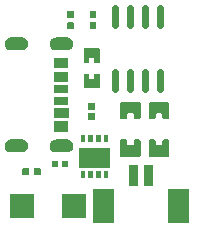
<source format=gtp>
G04 Layer: TopPasteMaskLayer*
G04 EasyEDA v6.5.5, 2022-07-09 13:00:11*
G04 71ddd04add3b4de38a8b36f784c4d6f3,20d39a695127413eb41274384cfbb926,10*
G04 Gerber Generator version 0.2*
G04 Scale: 100 percent, Rotated: No, Reflected: No *
G04 Dimensions in millimeters *
G04 leading zeros omitted , absolute positions ,4 integer and 5 decimal *
%FSLAX45Y45*%
%MOMM*%

%ADD11C,0.5684*%

%LPD*%
G36*
X1423924Y8612987D02*
G01*
X1418894Y8608009D01*
X1418894Y8492998D01*
X1423924Y8488019D01*
X1465884Y8488476D01*
X1465884Y8532520D01*
X1510893Y8532520D01*
X1510893Y8487511D01*
X1551889Y8488019D01*
X1556918Y8492998D01*
X1556918Y8608009D01*
X1551889Y8612987D01*
G37*
G36*
X1423924Y8398002D02*
G01*
X1418894Y8393023D01*
X1418894Y8278012D01*
X1423924Y8272983D01*
X1551889Y8272983D01*
X1556918Y8278012D01*
X1556918Y8393023D01*
X1551889Y8398002D01*
X1510893Y8397494D01*
X1510893Y8353501D01*
X1465884Y8353501D01*
X1465884Y8398002D01*
G37*
G36*
X1285595Y8929878D02*
G01*
X1280617Y8924899D01*
X1280617Y8876893D01*
X1285595Y8869883D01*
X1330604Y8869883D01*
X1335582Y8876893D01*
X1335582Y8924899D01*
X1330604Y8929878D01*
G37*
G36*
X1285595Y8833916D02*
G01*
X1280617Y8826906D01*
X1280617Y8778900D01*
X1285595Y8773922D01*
X1330604Y8773922D01*
X1335582Y8778900D01*
X1335582Y8826906D01*
X1330604Y8833916D01*
G37*
G36*
X1393799Y7878216D02*
G01*
X1393799Y7818221D01*
X1433677Y7818221D01*
X1433779Y7878216D01*
G37*
G36*
X1458772Y7878165D02*
G01*
X1458772Y7818170D01*
X1498701Y7818170D01*
X1498803Y7878165D01*
G37*
G36*
X1523796Y7878165D02*
G01*
X1523796Y7818170D01*
X1563674Y7818170D01*
X1563776Y7878165D01*
G37*
G36*
X1588820Y7878165D02*
G01*
X1588820Y7818170D01*
X1628698Y7818170D01*
X1628800Y7878165D01*
G37*
G36*
X1588820Y7574178D02*
G01*
X1588820Y7514183D01*
X1628698Y7514183D01*
X1628800Y7574178D01*
G37*
G36*
X1523796Y7574178D02*
G01*
X1523796Y7514183D01*
X1563674Y7514183D01*
X1563776Y7574178D01*
G37*
G36*
X1458772Y7574178D02*
G01*
X1458772Y7514183D01*
X1498701Y7514183D01*
X1498803Y7574178D01*
G37*
G36*
X1393799Y7574178D02*
G01*
X1393799Y7514183D01*
X1433677Y7514183D01*
X1433779Y7574178D01*
G37*
G36*
X1381302Y7763713D02*
G01*
X1381302Y7596225D01*
X1641297Y7596225D01*
X1641297Y7763713D01*
G37*
G36*
X806297Y8703919D02*
G01*
X799490Y8703462D01*
X792835Y8702243D01*
X786384Y8700211D01*
X780237Y8697366D01*
X774496Y8693810D01*
X769213Y8689543D01*
X764489Y8684666D01*
X760425Y8679281D01*
X757021Y8673439D01*
X754380Y8667191D01*
X752551Y8660688D01*
X751484Y8653983D01*
X751281Y8647226D01*
X751484Y8643823D01*
X752551Y8637117D01*
X754380Y8630615D01*
X757021Y8624366D01*
X760425Y8618524D01*
X764489Y8613140D01*
X769213Y8608263D01*
X774496Y8603996D01*
X780237Y8600440D01*
X786384Y8597595D01*
X792835Y8595563D01*
X799490Y8594344D01*
X806297Y8593886D01*
X899668Y8593988D01*
X906373Y8594852D01*
X912926Y8596477D01*
X919276Y8598916D01*
X925220Y8602116D01*
X930757Y8606028D01*
X935736Y8610600D01*
X940155Y8615781D01*
X943914Y8621420D01*
X946912Y8627465D01*
X949198Y8633866D01*
X950620Y8640470D01*
X951230Y8647226D01*
X951026Y8653983D01*
X950010Y8660688D01*
X948131Y8667191D01*
X945489Y8673439D01*
X942136Y8679281D01*
X938021Y8684666D01*
X933348Y8689543D01*
X928065Y8693810D01*
X922274Y8697366D01*
X916127Y8700211D01*
X909675Y8702243D01*
X903020Y8703462D01*
X899668Y8703818D01*
G37*
G36*
X806297Y7839913D02*
G01*
X799490Y7839456D01*
X792835Y7838236D01*
X786384Y7836204D01*
X780237Y7833359D01*
X774496Y7829803D01*
X769213Y7825536D01*
X764489Y7820659D01*
X760425Y7815275D01*
X757021Y7809433D01*
X754380Y7803184D01*
X752551Y7796682D01*
X751484Y7789976D01*
X751281Y7783220D01*
X751484Y7779816D01*
X752551Y7773111D01*
X754380Y7766608D01*
X757021Y7760360D01*
X760425Y7754518D01*
X764489Y7749133D01*
X769213Y7744256D01*
X774496Y7739989D01*
X780237Y7736433D01*
X786384Y7733588D01*
X792835Y7731556D01*
X799490Y7730337D01*
X806297Y7729880D01*
X899668Y7729981D01*
X906373Y7730845D01*
X912926Y7732471D01*
X919276Y7734909D01*
X925220Y7738109D01*
X930757Y7742021D01*
X935736Y7746593D01*
X940155Y7751775D01*
X943914Y7757414D01*
X946912Y7763459D01*
X949198Y7769859D01*
X950620Y7776464D01*
X951230Y7783220D01*
X951026Y7789976D01*
X950010Y7796682D01*
X948131Y7803184D01*
X945489Y7809433D01*
X942136Y7815275D01*
X938021Y7820659D01*
X933348Y7825536D01*
X928065Y7829803D01*
X922274Y7833359D01*
X916127Y7836204D01*
X909675Y7838236D01*
X903020Y7839456D01*
X899668Y7839811D01*
G37*
G36*
X1186281Y7839913D02*
G01*
X1182878Y7839811D01*
X1176172Y7838948D01*
X1169619Y7837322D01*
X1163269Y7834884D01*
X1157325Y7831683D01*
X1151788Y7827772D01*
X1146810Y7823200D01*
X1142390Y7818018D01*
X1138631Y7812379D01*
X1135634Y7806334D01*
X1133398Y7799933D01*
X1132535Y7796682D01*
X1131519Y7789976D01*
X1131316Y7783220D01*
X1131925Y7776464D01*
X1132535Y7773111D01*
X1134414Y7766608D01*
X1137056Y7760360D01*
X1140409Y7754518D01*
X1144524Y7749133D01*
X1149197Y7744256D01*
X1154480Y7739989D01*
X1160272Y7736433D01*
X1166418Y7733588D01*
X1172870Y7731556D01*
X1179525Y7730337D01*
X1182878Y7729981D01*
X1276299Y7729880D01*
X1283055Y7730337D01*
X1289710Y7731556D01*
X1296162Y7733588D01*
X1302308Y7736433D01*
X1308049Y7739989D01*
X1313332Y7744256D01*
X1318056Y7749133D01*
X1322120Y7754518D01*
X1325524Y7760360D01*
X1328166Y7766608D01*
X1329994Y7773111D01*
X1331061Y7779816D01*
X1331264Y7786573D01*
X1331061Y7789976D01*
X1329994Y7796682D01*
X1328166Y7803184D01*
X1325524Y7809433D01*
X1322120Y7815275D01*
X1318056Y7820659D01*
X1313332Y7825536D01*
X1308049Y7829803D01*
X1302308Y7833359D01*
X1296162Y7836204D01*
X1289710Y7838236D01*
X1283055Y7839456D01*
X1276299Y7839913D01*
G37*
G36*
X1171346Y7991906D02*
G01*
X1171346Y7901889D01*
X1291336Y7901889D01*
X1291336Y7991906D01*
G37*
G36*
X1171549Y8104886D02*
G01*
X1171549Y8024875D01*
X1291539Y8024875D01*
X1291539Y8104886D01*
G37*
G36*
X1171143Y8201914D02*
G01*
X1171143Y8131911D01*
X1291132Y8131911D01*
X1291132Y8201914D01*
G37*
G36*
X1171143Y8301888D02*
G01*
X1171143Y8231886D01*
X1291132Y8231886D01*
X1291132Y8301888D01*
G37*
G36*
X1171295Y8408924D02*
G01*
X1171295Y8328914D01*
X1291285Y8328914D01*
X1291285Y8408924D01*
G37*
G36*
X1171346Y8531910D02*
G01*
X1171346Y8441893D01*
X1291336Y8441893D01*
X1291336Y8531910D01*
G37*
G36*
X1186281Y8703919D02*
G01*
X1182878Y8703818D01*
X1176172Y8702954D01*
X1169619Y8701328D01*
X1163269Y8698890D01*
X1157325Y8695690D01*
X1151788Y8691778D01*
X1146810Y8687206D01*
X1142390Y8682024D01*
X1138631Y8676386D01*
X1135634Y8670340D01*
X1133398Y8663940D01*
X1132535Y8660688D01*
X1131519Y8653983D01*
X1131316Y8647226D01*
X1131925Y8640470D01*
X1132535Y8637117D01*
X1134414Y8630615D01*
X1137056Y8624366D01*
X1140409Y8618524D01*
X1144524Y8613140D01*
X1149197Y8608263D01*
X1154480Y8603996D01*
X1160272Y8600440D01*
X1166418Y8597595D01*
X1172870Y8595563D01*
X1179525Y8594344D01*
X1182878Y8593988D01*
X1276299Y8593886D01*
X1283055Y8594344D01*
X1289710Y8595563D01*
X1296162Y8597595D01*
X1302308Y8600440D01*
X1308049Y8603996D01*
X1313332Y8608263D01*
X1318056Y8613140D01*
X1322120Y8618524D01*
X1325524Y8624366D01*
X1328166Y8630615D01*
X1329994Y8637117D01*
X1331061Y8643823D01*
X1331264Y8650579D01*
X1331061Y8653983D01*
X1329994Y8660688D01*
X1328166Y8667191D01*
X1325524Y8673439D01*
X1322120Y8679281D01*
X1318056Y8684666D01*
X1313332Y8689543D01*
X1308049Y8693810D01*
X1302308Y8697366D01*
X1296162Y8700211D01*
X1289710Y8702243D01*
X1283055Y8703462D01*
X1276299Y8703919D01*
G37*
G36*
X1980996Y7839811D02*
G01*
X1970989Y7829803D01*
X1970989Y7701280D01*
X1980996Y7691323D01*
X2133803Y7691323D01*
X2143810Y7701280D01*
X2143810Y7829803D01*
X2133803Y7839811D01*
X2096770Y7839811D01*
X2086762Y7829803D01*
X2086762Y7799324D01*
X2076754Y7789316D01*
X2038045Y7789316D01*
X2028037Y7799324D01*
X2028037Y7829803D01*
X2018030Y7839811D01*
G37*
G36*
X1980996Y8158276D02*
G01*
X1970989Y8148320D01*
X1970989Y8019796D01*
X1980996Y8009788D01*
X2018030Y8009788D01*
X2028037Y8019796D01*
X2028037Y8050275D01*
X2038045Y8060283D01*
X2076754Y8060283D01*
X2086762Y8050275D01*
X2086762Y8019796D01*
X2096770Y8009788D01*
X2133803Y8009788D01*
X2143810Y8019796D01*
X2143810Y8148320D01*
X2133803Y8158276D01*
G37*
G36*
X1739696Y7839811D02*
G01*
X1729689Y7829803D01*
X1729689Y7701280D01*
X1739696Y7691323D01*
X1892503Y7691323D01*
X1902510Y7701280D01*
X1902510Y7829803D01*
X1892503Y7839811D01*
X1855470Y7839811D01*
X1845462Y7829803D01*
X1845462Y7799324D01*
X1835454Y7789316D01*
X1796745Y7789316D01*
X1786737Y7799324D01*
X1786737Y7829803D01*
X1776730Y7839811D01*
G37*
G36*
X1739696Y8158276D02*
G01*
X1729689Y8148320D01*
X1729689Y8019796D01*
X1739696Y8009788D01*
X1776730Y8009788D01*
X1786737Y8019796D01*
X1786737Y8050275D01*
X1796745Y8060283D01*
X1835454Y8060283D01*
X1845462Y8050275D01*
X1845462Y8019796D01*
X1855470Y8009788D01*
X1892503Y8009788D01*
X1902510Y8019796D01*
X1902510Y8148320D01*
X1892503Y8158276D01*
G37*
G36*
X1476095Y8929878D02*
G01*
X1471117Y8924899D01*
X1471117Y8876893D01*
X1476095Y8869883D01*
X1521104Y8869883D01*
X1526082Y8876893D01*
X1526082Y8924899D01*
X1521104Y8929878D01*
G37*
G36*
X1476095Y8833916D02*
G01*
X1471117Y8826906D01*
X1471117Y8778900D01*
X1476095Y8773922D01*
X1521104Y8773922D01*
X1526082Y8778900D01*
X1526082Y8826906D01*
X1521104Y8833916D01*
G37*
G36*
X1151636Y7659725D02*
G01*
X1147622Y7655712D01*
X1147622Y7609687D01*
X1151636Y7605674D01*
X1201724Y7605674D01*
X1205687Y7609687D01*
X1205687Y7655712D01*
X1201724Y7659725D01*
G37*
G36*
X1236675Y7659725D02*
G01*
X1232712Y7655712D01*
X1232712Y7609687D01*
X1236675Y7605674D01*
X1286764Y7605674D01*
X1290777Y7609687D01*
X1290777Y7655712D01*
X1286764Y7659725D01*
G37*
G36*
X1462887Y8063687D02*
G01*
X1458874Y8059724D01*
X1458874Y8009636D01*
X1462887Y8005622D01*
X1508912Y8005622D01*
X1512925Y8009636D01*
X1512925Y8059724D01*
X1508912Y8063687D01*
G37*
G36*
X1462887Y8148777D02*
G01*
X1458874Y8144764D01*
X1458874Y8094675D01*
X1462887Y8090712D01*
X1508912Y8090712D01*
X1512925Y8094675D01*
X1512925Y8144764D01*
X1508912Y8148777D01*
G37*
G36*
X1002893Y7596682D02*
G01*
X995883Y7591704D01*
X995883Y7546695D01*
X1002893Y7541717D01*
X1050899Y7541717D01*
X1055878Y7546695D01*
X1055878Y7591704D01*
X1050899Y7596682D01*
G37*
G36*
X904900Y7596682D02*
G01*
X899921Y7591704D01*
X899921Y7546695D01*
X904900Y7541717D01*
X952906Y7541717D01*
X959916Y7546695D01*
X959916Y7591704D01*
X952906Y7596682D01*
G37*
D11*
X1689100Y8409180D02*
G01*
X1689100Y8270999D01*
X1816100Y8409180D02*
G01*
X1816100Y8270999D01*
X1943100Y8409180D02*
G01*
X1943100Y8270999D01*
X2070100Y8409180D02*
G01*
X2070100Y8270999D01*
X1689100Y8950200D02*
G01*
X1689100Y8812019D01*
X1816100Y8950200D02*
G01*
X1816100Y8812019D01*
X1943100Y8950200D02*
G01*
X1943100Y8812019D01*
X2070100Y8950200D02*
G01*
X2070100Y8812019D01*
G36*
X1237599Y7377099D02*
G01*
X1437599Y7377099D01*
X1437599Y7177100D01*
X1237599Y7177100D01*
G37*
G36*
X797600Y7377099D02*
G01*
X997600Y7377099D01*
X997600Y7177100D01*
X797600Y7177100D01*
G37*
G36*
X1802500Y7621595D02*
G01*
X1882500Y7621595D01*
X1882500Y7441595D01*
X1802500Y7441595D01*
G37*
G36*
X1927499Y7621595D02*
G01*
X2007499Y7621595D01*
X2007499Y7441595D01*
X1927499Y7441595D01*
G37*
G36*
X1494998Y7421598D02*
G01*
X1674997Y7421598D01*
X1674997Y7131596D01*
X1494998Y7131596D01*
G37*
G36*
X2134991Y7421598D02*
G01*
X2314991Y7421598D01*
X2314991Y7131596D01*
X2134991Y7131596D01*
G37*
M02*

</source>
